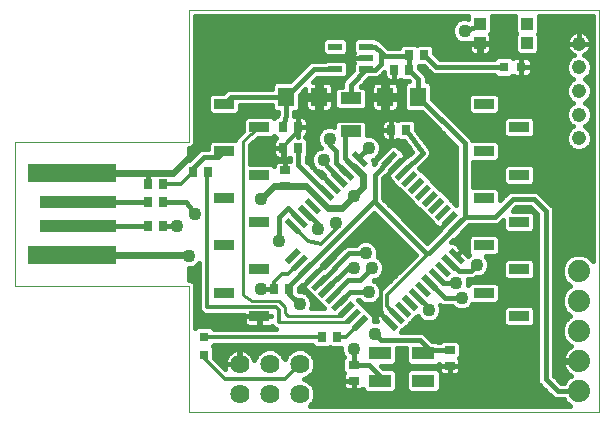
<source format=gtl>
G75*
G70*
%OFA0B0*%
%FSLAX24Y24*%
%IPPOS*%
%LPD*%
%AMOC8*
5,1,8,0,0,1.08239X$1,22.5*
%
%ADD10C,0.0000*%
%ADD11R,0.0276X0.0354*%
%ADD12R,0.0551X0.0630*%
%ADD13R,0.0315X0.0315*%
%ADD14R,0.0591X0.0197*%
%ADD15R,0.0197X0.0591*%
%ADD16R,0.0748X0.0433*%
%ADD17R,0.0354X0.0276*%
%ADD18R,0.0709X0.0394*%
%ADD19R,0.0472X0.0217*%
%ADD20R,0.2953X0.0591*%
%ADD21R,0.2559X0.0394*%
%ADD22R,0.0669X0.0335*%
%ADD23R,0.0394X0.0394*%
%ADD24C,0.0640*%
%ADD25C,0.0740*%
%ADD26C,0.0476*%
%ADD27C,0.0240*%
%ADD28C,0.0160*%
%ADD29C,0.0436*%
%ADD30C,0.0120*%
%ADD31C,0.0100*%
D10*
X005900Y000400D02*
X005900Y004600D01*
X000100Y004600D01*
X000100Y009400D01*
X005900Y009400D01*
X005900Y013796D01*
X019570Y013796D01*
X019570Y000400D01*
X005900Y000400D01*
D11*
X010344Y002900D03*
X010856Y002900D03*
X009256Y004500D03*
X008744Y004500D03*
X005056Y006600D03*
X004544Y006600D03*
X004544Y007400D03*
X005056Y007400D03*
X005056Y008000D03*
X004544Y008000D03*
X006044Y008400D03*
X006556Y008400D03*
X009044Y009200D03*
X009556Y009200D03*
X009556Y009900D03*
X009044Y009900D03*
X012644Y009800D03*
X013156Y009800D03*
X013256Y011800D03*
X012744Y011800D03*
X013244Y012300D03*
X013756Y012300D03*
D12*
X013551Y010900D03*
X012449Y010900D03*
X010251Y010900D03*
X009149Y010900D03*
D13*
X016405Y011900D03*
X016995Y011900D03*
X006400Y002895D03*
X006400Y002305D03*
D14*
G36*
X009510Y006319D02*
X009093Y006734D01*
X009232Y006873D01*
X009649Y006458D01*
X009510Y006319D01*
G37*
G36*
X009732Y006542D02*
X009315Y006957D01*
X009454Y007096D01*
X009871Y006681D01*
X009732Y006542D01*
G37*
G36*
X009955Y006766D02*
X009538Y007181D01*
X009677Y007320D01*
X010094Y006905D01*
X009955Y006766D01*
G37*
G36*
X010177Y006989D02*
X009760Y007404D01*
X009899Y007543D01*
X010316Y007128D01*
X010177Y006989D01*
G37*
G36*
X010399Y007212D02*
X009982Y007627D01*
X010121Y007766D01*
X010538Y007351D01*
X010399Y007212D01*
G37*
G36*
X010622Y007435D02*
X010205Y007850D01*
X010344Y007989D01*
X010761Y007574D01*
X010622Y007435D01*
G37*
G36*
X010844Y007658D02*
X010427Y008073D01*
X010566Y008212D01*
X010983Y007797D01*
X010844Y007658D01*
G37*
G36*
X011066Y007881D02*
X010649Y008296D01*
X010788Y008435D01*
X011205Y008020D01*
X011066Y007881D01*
G37*
G36*
X011288Y008104D02*
X010871Y008519D01*
X011010Y008658D01*
X011427Y008243D01*
X011288Y008104D01*
G37*
G36*
X011511Y008327D02*
X011094Y008742D01*
X011233Y008881D01*
X011650Y008466D01*
X011511Y008327D01*
G37*
G36*
X011733Y008550D02*
X011316Y008965D01*
X011455Y009104D01*
X011872Y008689D01*
X011733Y008550D01*
G37*
G36*
X014968Y005327D02*
X014551Y005742D01*
X014690Y005881D01*
X015107Y005466D01*
X014968Y005327D01*
G37*
G36*
X014746Y005104D02*
X014329Y005519D01*
X014468Y005658D01*
X014885Y005243D01*
X014746Y005104D01*
G37*
G36*
X014523Y004880D02*
X014106Y005295D01*
X014245Y005434D01*
X014662Y005019D01*
X014523Y004880D01*
G37*
G36*
X014301Y004657D02*
X013884Y005072D01*
X014023Y005211D01*
X014440Y004796D01*
X014301Y004657D01*
G37*
G36*
X014079Y004434D02*
X013662Y004849D01*
X013801Y004988D01*
X014218Y004573D01*
X014079Y004434D01*
G37*
G36*
X013856Y004211D02*
X013439Y004626D01*
X013578Y004765D01*
X013995Y004350D01*
X013856Y004211D01*
G37*
G36*
X013634Y003988D02*
X013217Y004403D01*
X013356Y004542D01*
X013773Y004127D01*
X013634Y003988D01*
G37*
G36*
X013412Y003765D02*
X012995Y004180D01*
X013134Y004319D01*
X013551Y003904D01*
X013412Y003765D01*
G37*
G36*
X013190Y003542D02*
X012773Y003957D01*
X012912Y004096D01*
X013329Y003681D01*
X013190Y003542D01*
G37*
G36*
X012967Y003319D02*
X012550Y003734D01*
X012689Y003873D01*
X013106Y003458D01*
X012967Y003319D01*
G37*
G36*
X012745Y003096D02*
X012328Y003511D01*
X012467Y003650D01*
X012884Y003235D01*
X012745Y003096D01*
G37*
D15*
G36*
X011466Y003093D02*
X011327Y003232D01*
X011742Y003649D01*
X011881Y003510D01*
X011466Y003093D01*
G37*
G36*
X011243Y003315D02*
X011104Y003454D01*
X011519Y003871D01*
X011658Y003732D01*
X011243Y003315D01*
G37*
G36*
X011019Y003538D02*
X010880Y003677D01*
X011295Y004094D01*
X011434Y003955D01*
X011019Y003538D01*
G37*
G36*
X010796Y003760D02*
X010657Y003899D01*
X011072Y004316D01*
X011211Y004177D01*
X010796Y003760D01*
G37*
G36*
X010573Y003982D02*
X010434Y004121D01*
X010849Y004538D01*
X010988Y004399D01*
X010573Y003982D01*
G37*
G36*
X010350Y004205D02*
X010211Y004344D01*
X010626Y004761D01*
X010765Y004622D01*
X010350Y004205D01*
G37*
G36*
X010127Y004427D02*
X009988Y004566D01*
X010403Y004983D01*
X010542Y004844D01*
X010127Y004427D01*
G37*
G36*
X009904Y004649D02*
X009765Y004788D01*
X010180Y005205D01*
X010319Y005066D01*
X009904Y004649D01*
G37*
G36*
X009681Y004871D02*
X009542Y005010D01*
X009957Y005427D01*
X010096Y005288D01*
X009681Y004871D01*
G37*
G36*
X009458Y005094D02*
X009319Y005233D01*
X009734Y005650D01*
X009873Y005511D01*
X009458Y005094D01*
G37*
G36*
X009235Y005316D02*
X009096Y005455D01*
X009511Y005872D01*
X009650Y005733D01*
X009235Y005316D01*
G37*
G36*
X012905Y008106D02*
X012766Y008245D01*
X013181Y008662D01*
X013320Y008523D01*
X012905Y008106D01*
G37*
G36*
X013128Y007884D02*
X012989Y008023D01*
X013404Y008440D01*
X013543Y008301D01*
X013128Y007884D01*
G37*
G36*
X013351Y007662D02*
X013212Y007801D01*
X013627Y008218D01*
X013766Y008079D01*
X013351Y007662D01*
G37*
G36*
X013574Y007439D02*
X013435Y007578D01*
X013850Y007995D01*
X013989Y007856D01*
X013574Y007439D01*
G37*
G36*
X013797Y007217D02*
X013658Y007356D01*
X014073Y007773D01*
X014212Y007634D01*
X013797Y007217D01*
G37*
G36*
X014020Y006995D02*
X013881Y007134D01*
X014296Y007551D01*
X014435Y007412D01*
X014020Y006995D01*
G37*
G36*
X014243Y006773D02*
X014104Y006912D01*
X014519Y007329D01*
X014658Y007190D01*
X014243Y006773D01*
G37*
G36*
X014466Y006550D02*
X014327Y006689D01*
X014742Y007106D01*
X014881Y006967D01*
X014466Y006550D01*
G37*
G36*
X014689Y006328D02*
X014550Y006467D01*
X014965Y006884D01*
X015104Y006745D01*
X014689Y006328D01*
G37*
G36*
X012681Y008329D02*
X012542Y008468D01*
X012957Y008885D01*
X013096Y008746D01*
X012681Y008329D01*
G37*
G36*
X012458Y008551D02*
X012319Y008690D01*
X012734Y009107D01*
X012873Y008968D01*
X012458Y008551D01*
G37*
D16*
X012272Y002353D03*
X012272Y001447D03*
X013728Y001447D03*
X013728Y002353D03*
D17*
X014600Y002456D03*
X014600Y001944D03*
X011400Y001956D03*
X011400Y001444D03*
X009100Y007944D03*
X009100Y008456D03*
D18*
X011300Y009749D03*
X011300Y010851D03*
D19*
X010788Y011826D03*
X011812Y011826D03*
X011812Y012200D03*
X011812Y012574D03*
X010788Y012574D03*
D20*
X002021Y008378D03*
X002021Y005622D03*
D21*
X002218Y006606D03*
X002218Y007394D03*
D22*
X007079Y007524D03*
X008260Y006737D03*
X007079Y005950D03*
X008260Y005162D03*
X007079Y004375D03*
X008260Y003587D03*
X008260Y008312D03*
X007079Y009099D03*
X008260Y009887D03*
X007079Y010674D03*
X015740Y010674D03*
X016921Y009887D03*
X015740Y009099D03*
X016921Y008312D03*
X015740Y007524D03*
X016921Y006737D03*
X015740Y005950D03*
X016921Y005162D03*
X015740Y004375D03*
X016921Y003587D03*
D23*
X017187Y012685D03*
X017187Y013315D03*
X015613Y013315D03*
X015613Y012685D03*
D24*
X009600Y002000D03*
X008600Y002000D03*
X007600Y002000D03*
X007600Y001000D03*
X008600Y001000D03*
X009600Y001000D03*
D25*
X018900Y001100D03*
X018900Y002100D03*
X018900Y003100D03*
X018900Y004100D03*
X018900Y005100D03*
D26*
X018906Y009525D03*
X018906Y010313D03*
X018906Y011100D03*
X018906Y011887D03*
X018906Y012675D03*
D27*
X011700Y008300D02*
X011700Y007900D01*
X011400Y007600D01*
X011000Y007200D01*
X010549Y007200D01*
X010260Y007489D01*
X009805Y007944D01*
X009100Y007944D01*
X008744Y007944D01*
X008300Y007500D01*
X005900Y005600D02*
X005822Y005622D01*
X002021Y005622D01*
X002021Y008378D02*
X004800Y008378D01*
X005378Y008378D01*
X007100Y010100D01*
X011372Y008604D02*
X011396Y008604D01*
X011700Y008300D01*
D28*
X012100Y008300D02*
X012596Y008796D01*
X012596Y008829D01*
X012819Y008607D02*
X012819Y008607D01*
X012484Y008270D01*
X012564Y008190D01*
X012565Y008162D01*
X012788Y007939D01*
X013011Y007717D01*
X013011Y007717D01*
X013234Y007495D01*
X013234Y007495D01*
X013457Y007272D01*
X013680Y007050D01*
X013680Y007050D01*
X013903Y006828D01*
X013903Y006828D01*
X014160Y006572D01*
X014188Y006572D01*
X014269Y006492D01*
X014604Y006828D01*
X014604Y006828D01*
X014269Y006492D01*
X014282Y006478D01*
X013850Y006046D01*
X012380Y007516D01*
X012380Y008184D01*
X012475Y008279D01*
X012484Y008270D01*
X012819Y008607D01*
X013155Y008943D01*
X012819Y008607D01*
X012819Y008607D01*
X012793Y008581D02*
X012793Y008581D01*
X012951Y008739D02*
X012951Y008739D01*
X013109Y008898D02*
X013109Y008898D01*
X013155Y008943D02*
X013180Y008918D01*
X013336Y009073D01*
X013083Y009423D01*
X012935Y009423D01*
X012884Y009474D01*
X012851Y009455D01*
X012806Y009443D01*
X012644Y009443D01*
X012644Y009800D01*
X012326Y009800D01*
X012326Y009599D01*
X012339Y009553D01*
X012362Y009512D01*
X012396Y009479D01*
X012437Y009455D01*
X012483Y009443D01*
X012644Y009443D01*
X012644Y009800D01*
X012644Y009800D01*
X012326Y009800D01*
X012326Y010001D01*
X012339Y010047D01*
X012362Y010088D01*
X012396Y010121D01*
X012437Y010145D01*
X012483Y010157D01*
X012644Y010157D01*
X012644Y009800D01*
X012644Y009800D01*
X012644Y009800D01*
X012644Y010157D01*
X012806Y010157D01*
X012851Y010145D01*
X012884Y010126D01*
X012935Y010177D01*
X013377Y010177D01*
X013494Y010060D01*
X013494Y009811D01*
X013916Y009226D01*
X013940Y009203D01*
X013948Y009182D01*
X013962Y009163D01*
X013969Y009131D01*
X013982Y009100D01*
X013982Y009077D01*
X013987Y009055D01*
X013982Y009022D01*
X013982Y008988D01*
X013973Y008967D01*
X013970Y008945D01*
X013952Y008916D01*
X013940Y008885D01*
X013923Y008869D01*
X013911Y008850D01*
X013884Y008830D01*
X013591Y008537D01*
X013744Y008385D01*
X013744Y008385D01*
X013967Y008163D01*
X013967Y008163D01*
X014190Y007940D01*
X014190Y007940D01*
X014413Y007718D01*
X014413Y007718D01*
X014636Y007496D01*
X014636Y007496D01*
X014820Y007312D01*
X014820Y009235D01*
X013670Y010385D01*
X013193Y010385D01*
X013076Y010502D01*
X013076Y011298D01*
X013193Y011415D01*
X013245Y011415D01*
X013237Y011423D01*
X013035Y011423D01*
X012984Y011474D01*
X012951Y011455D01*
X012906Y011443D01*
X012744Y011443D01*
X012744Y011800D01*
X012744Y011800D01*
X012744Y011443D01*
X012583Y011443D01*
X012537Y011455D01*
X012496Y011479D01*
X012462Y011512D01*
X012439Y011553D01*
X012426Y011599D01*
X012426Y011730D01*
X012337Y011641D01*
X012259Y011563D01*
X012156Y011520D01*
X012133Y011520D01*
X012131Y011518D01*
X011900Y011518D01*
X011630Y011248D01*
X011737Y011248D01*
X011854Y011131D01*
X011854Y010571D01*
X011737Y010454D01*
X010863Y010454D01*
X010746Y010571D01*
X010746Y011131D01*
X010863Y011248D01*
X011020Y011248D01*
X011020Y011370D01*
X011063Y011473D01*
X011141Y011552D01*
X011141Y011552D01*
X011376Y011786D01*
X011376Y012017D01*
X011402Y012044D01*
X011396Y012068D01*
X011396Y012200D01*
X011812Y012200D01*
X011812Y012200D01*
X011396Y012200D01*
X011396Y012332D01*
X011402Y012356D01*
X011376Y012383D01*
X011376Y012765D01*
X011493Y012882D01*
X012131Y012882D01*
X012159Y012854D01*
X012182Y012854D01*
X012285Y012811D01*
X012459Y012637D01*
X012459Y012637D01*
X012563Y012533D01*
X012906Y012533D01*
X012906Y012560D01*
X013023Y012677D01*
X013465Y012677D01*
X013500Y012642D01*
X013535Y012677D01*
X013977Y012677D01*
X014094Y012560D01*
X014094Y012358D01*
X014272Y012180D01*
X016087Y012180D01*
X016164Y012257D01*
X016645Y012257D01*
X016714Y012188D01*
X016727Y012202D01*
X016768Y012225D01*
X016814Y012237D01*
X016995Y012237D01*
X016995Y011900D01*
X016995Y011900D01*
X016995Y011900D01*
X016995Y011563D01*
X016814Y011563D01*
X016768Y011575D01*
X016727Y011598D01*
X016714Y011612D01*
X016645Y011543D01*
X016164Y011543D01*
X016087Y011620D01*
X014100Y011620D01*
X013997Y011663D01*
X013919Y011741D01*
X013737Y011923D01*
X013594Y011923D01*
X013594Y011858D01*
X013710Y011742D01*
X013789Y011663D01*
X013831Y011560D01*
X013831Y011415D01*
X013910Y011415D01*
X014027Y011298D01*
X014027Y010820D01*
X015259Y009589D01*
X015337Y009510D01*
X015355Y009467D01*
X016158Y009467D01*
X016275Y009349D01*
X016275Y008849D01*
X016158Y008732D01*
X015380Y008732D01*
X015380Y007892D01*
X016158Y007892D01*
X016275Y007775D01*
X016275Y007471D01*
X016275Y007471D01*
X016463Y007659D01*
X016541Y007737D01*
X016644Y007780D01*
X017456Y007780D01*
X017559Y007737D01*
X017959Y007337D01*
X018037Y007259D01*
X018080Y007156D01*
X018080Y001616D01*
X018316Y001380D01*
X018399Y001380D01*
X018417Y001423D01*
X018577Y001583D01*
X018646Y001612D01*
X018612Y001630D01*
X018542Y001680D01*
X018480Y001742D01*
X018430Y001812D01*
X018390Y001889D01*
X018364Y001971D01*
X018350Y002057D01*
X018350Y002080D01*
X018880Y002080D01*
X018880Y002120D01*
X018350Y002120D01*
X018350Y002143D01*
X018364Y002229D01*
X018390Y002311D01*
X018430Y002388D01*
X018480Y002458D01*
X018542Y002520D01*
X018612Y002570D01*
X018646Y002588D01*
X018577Y002617D01*
X018417Y002777D01*
X018330Y002987D01*
X018330Y003213D01*
X018417Y003423D01*
X018577Y003583D01*
X018618Y003600D01*
X018577Y003617D01*
X018417Y003777D01*
X018330Y003987D01*
X018330Y004213D01*
X018417Y004423D01*
X018577Y004583D01*
X018618Y004600D01*
X018577Y004617D01*
X018417Y004777D01*
X018330Y004987D01*
X018330Y005213D01*
X018417Y005423D01*
X018577Y005583D01*
X018787Y005670D01*
X019013Y005670D01*
X019223Y005583D01*
X019370Y005436D01*
X019370Y013596D01*
X017583Y013596D01*
X017584Y013595D01*
X017584Y013035D01*
X017549Y013000D01*
X017584Y012965D01*
X017584Y012405D01*
X017467Y012288D01*
X016908Y012288D01*
X016791Y012405D01*
X016791Y012965D01*
X016826Y013000D01*
X016791Y013035D01*
X016791Y013595D01*
X016792Y013596D01*
X016008Y013596D01*
X016009Y013595D01*
X016009Y013035D01*
X015958Y012984D01*
X015977Y012951D01*
X015989Y012906D01*
X015989Y012703D01*
X015631Y012703D01*
X015631Y012667D01*
X015989Y012667D01*
X015989Y012464D01*
X015977Y012419D01*
X015953Y012378D01*
X015920Y012344D01*
X015879Y012320D01*
X015833Y012308D01*
X015631Y012308D01*
X015631Y012667D01*
X015594Y012667D01*
X015236Y012667D01*
X015236Y012464D01*
X015248Y012419D01*
X015272Y012378D01*
X015305Y012344D01*
X015346Y012320D01*
X015392Y012308D01*
X015594Y012308D01*
X015594Y012667D01*
X015594Y012703D01*
X015236Y012703D01*
X015236Y012704D01*
X015183Y012682D01*
X015017Y012682D01*
X014863Y012746D01*
X014746Y012863D01*
X014682Y013017D01*
X014682Y013183D01*
X014746Y013337D01*
X014863Y013454D01*
X015017Y013518D01*
X015183Y013518D01*
X015216Y013505D01*
X015216Y013595D01*
X015217Y013596D01*
X006100Y013596D01*
X006100Y009317D01*
X005983Y009200D01*
X005900Y009200D01*
X005900Y008796D01*
X006241Y009137D01*
X006344Y009180D01*
X006544Y009180D01*
X006544Y009349D01*
X006661Y009467D01*
X007450Y009467D01*
X007450Y009476D01*
X007455Y009488D01*
X007456Y009501D01*
X007474Y009534D01*
X007488Y009568D01*
X007497Y009577D01*
X007503Y009588D01*
X007532Y009612D01*
X007558Y009639D01*
X007570Y009644D01*
X007725Y009771D01*
X007725Y010137D01*
X007842Y010254D01*
X008677Y010254D01*
X008739Y010192D01*
X008823Y010277D01*
X008854Y010277D01*
X008869Y010332D01*
X008869Y010385D01*
X008790Y010385D01*
X008673Y010502D01*
X008673Y010620D01*
X007613Y010620D01*
X007613Y010424D01*
X007496Y010307D01*
X006661Y010307D01*
X006544Y010424D01*
X006544Y010924D01*
X006661Y011041D01*
X007050Y011041D01*
X007146Y011137D01*
X007249Y011180D01*
X008673Y011180D01*
X008673Y011298D01*
X008790Y011415D01*
X009268Y011415D01*
X009916Y012063D01*
X010019Y012106D01*
X010441Y012106D01*
X010469Y012134D01*
X011107Y012134D01*
X011224Y012017D01*
X011224Y011635D01*
X011107Y011518D01*
X010469Y011518D01*
X010441Y011546D01*
X010191Y011546D01*
X010040Y011395D01*
X010193Y011395D01*
X010193Y010958D01*
X010309Y010958D01*
X010193Y010958D01*
X010193Y010842D01*
X009796Y010842D01*
X009796Y010561D01*
X009808Y010516D01*
X009832Y010475D01*
X009865Y010441D01*
X009906Y010417D01*
X009952Y010405D01*
X010193Y010405D01*
X010193Y010842D01*
X010309Y010842D01*
X010309Y010405D01*
X010550Y010405D01*
X010596Y010417D01*
X010637Y010441D01*
X010671Y010475D01*
X010695Y010516D01*
X010707Y010561D01*
X010707Y010842D01*
X010309Y010842D01*
X010309Y010958D01*
X010309Y011395D01*
X010550Y011395D01*
X010596Y011383D01*
X010637Y011359D01*
X010671Y011325D01*
X010695Y011284D01*
X010707Y011239D01*
X010707Y010958D01*
X010746Y010958D01*
X010707Y010958D02*
X010309Y010958D01*
X010193Y010958D02*
X009796Y010958D01*
X009624Y010958D01*
X009624Y010980D02*
X009796Y011151D01*
X009796Y010958D01*
X009796Y010800D02*
X009624Y010800D01*
X009624Y010641D02*
X009796Y010641D01*
X009827Y010483D02*
X009605Y010483D01*
X009624Y010502D02*
X009624Y010980D01*
X009761Y011117D02*
X009796Y011117D01*
X010193Y011117D02*
X010309Y011117D01*
X010309Y011275D02*
X010193Y011275D01*
X010078Y011434D02*
X011046Y011434D01*
X011020Y011275D02*
X010697Y011275D01*
X010707Y011117D02*
X010746Y011117D01*
X010746Y010800D02*
X010707Y010800D01*
X010707Y010641D02*
X010746Y010641D01*
X010675Y010483D02*
X010835Y010483D01*
X010863Y010146D02*
X010746Y010029D01*
X010746Y009892D01*
X010683Y009918D01*
X010517Y009918D01*
X010363Y009854D01*
X010246Y009737D01*
X010182Y009583D01*
X010182Y009417D01*
X010246Y009263D01*
X010298Y009210D01*
X010163Y009154D01*
X010046Y009037D01*
X009982Y008883D01*
X009982Y008717D01*
X010046Y008563D01*
X010163Y008446D01*
X010317Y008382D01*
X010322Y008382D01*
X010401Y008303D01*
X010368Y008270D01*
X010344Y008246D01*
X009836Y008754D01*
X009836Y008882D01*
X009894Y008940D01*
X009894Y009460D01*
X009786Y009568D01*
X009804Y009579D01*
X009838Y009612D01*
X009861Y009653D01*
X009874Y009699D01*
X009874Y009900D01*
X009874Y010101D01*
X009861Y010147D01*
X009838Y010188D01*
X009804Y010221D01*
X009763Y010245D01*
X009717Y010257D01*
X009556Y010257D01*
X009556Y009900D01*
X009874Y009900D01*
X009556Y009900D01*
X009556Y009900D01*
X009556Y009900D01*
X009556Y009577D01*
X009556Y009577D01*
X009556Y009900D01*
X009556Y009900D01*
X009556Y010257D01*
X009429Y010257D01*
X009429Y010259D01*
X009434Y010277D01*
X009429Y010314D01*
X009429Y010385D01*
X009507Y010385D01*
X009624Y010502D01*
X009429Y010324D02*
X013731Y010324D01*
X013890Y010166D02*
X013388Y010166D01*
X013494Y010007D02*
X014048Y010007D01*
X014207Y009849D02*
X013494Y009849D01*
X013581Y009690D02*
X014365Y009690D01*
X014524Y009532D02*
X013695Y009532D01*
X013810Y009373D02*
X014682Y009373D01*
X014820Y009215D02*
X013928Y009215D01*
X013987Y009056D02*
X014820Y009056D01*
X014820Y008898D02*
X013945Y008898D01*
X013793Y008739D02*
X014820Y008739D01*
X014820Y008581D02*
X013635Y008581D01*
X013706Y008422D02*
X014820Y008422D01*
X014820Y008264D02*
X013866Y008264D01*
X014025Y008105D02*
X014820Y008105D01*
X014820Y007947D02*
X014184Y007947D01*
X014343Y007788D02*
X014820Y007788D01*
X014820Y007630D02*
X014502Y007630D01*
X014661Y007471D02*
X014820Y007471D01*
X014820Y007313D02*
X014820Y007313D01*
X015100Y006900D02*
X016100Y006900D01*
X016700Y007500D01*
X017400Y007500D01*
X017800Y007100D01*
X017800Y001500D01*
X018200Y001100D01*
X018900Y001100D01*
X018399Y000820D02*
X018417Y000777D01*
X018577Y000617D01*
X018618Y000600D01*
X009935Y000600D01*
X010041Y000705D01*
X010120Y000897D01*
X010120Y001103D01*
X010041Y001295D01*
X009895Y001441D01*
X009752Y001500D01*
X009895Y001559D01*
X010041Y001705D01*
X010120Y001897D01*
X010120Y002103D01*
X010041Y002295D01*
X009895Y002441D01*
X009703Y002520D01*
X009497Y002520D01*
X009305Y002441D01*
X009159Y002295D01*
X009100Y002152D01*
X009041Y002295D01*
X008895Y002441D01*
X008703Y002520D01*
X008497Y002520D01*
X008305Y002441D01*
X008159Y002295D01*
X008087Y002120D01*
X008063Y002192D01*
X008028Y002262D01*
X007981Y002326D01*
X007926Y002381D01*
X007862Y002428D01*
X007792Y002463D01*
X007717Y002488D01*
X007639Y002500D01*
X007609Y002500D01*
X007609Y002009D01*
X007591Y002009D01*
X007591Y002500D01*
X007561Y002500D01*
X007483Y002488D01*
X007408Y002463D01*
X007338Y002428D01*
X007274Y002381D01*
X007219Y002326D01*
X007172Y002262D01*
X007137Y002192D01*
X007112Y002117D01*
X007100Y002039D01*
X007100Y002009D01*
X007591Y002009D01*
X007591Y001991D01*
X007100Y001991D01*
X007100Y001961D01*
X007112Y001883D01*
X007126Y001842D01*
X006757Y002210D01*
X006757Y002545D01*
X006703Y002600D01*
X006743Y002640D01*
X010006Y002640D01*
X010006Y002640D01*
X010123Y002523D01*
X010565Y002523D01*
X010600Y002558D01*
X010635Y002523D01*
X010982Y002523D01*
X010982Y002417D01*
X011046Y002263D01*
X011077Y002231D01*
X011023Y002177D01*
X011023Y001735D01*
X011074Y001684D01*
X011055Y001651D01*
X011043Y001606D01*
X011043Y001444D01*
X011043Y001283D01*
X011055Y001237D01*
X011079Y001196D01*
X011112Y001162D01*
X011153Y001139D01*
X011199Y001126D01*
X011400Y001126D01*
X011400Y001444D01*
X011400Y001126D01*
X011601Y001126D01*
X011647Y001139D01*
X011688Y001162D01*
X011698Y001172D01*
X011698Y001148D01*
X011815Y001031D01*
X012729Y001031D01*
X012846Y001148D01*
X012846Y001747D01*
X012729Y001864D01*
X012388Y001864D01*
X012316Y001936D01*
X012729Y001936D01*
X012846Y002053D01*
X012846Y002520D01*
X013154Y002520D01*
X013154Y002053D01*
X013271Y001936D01*
X014185Y001936D01*
X014243Y001994D01*
X014243Y001944D01*
X014243Y001806D01*
X014185Y001864D01*
X013271Y001864D01*
X013154Y001747D01*
X013154Y001148D01*
X013271Y001031D01*
X014185Y001031D01*
X014302Y001148D01*
X014302Y001672D01*
X014312Y001662D01*
X014353Y001639D01*
X014399Y001626D01*
X014600Y001626D01*
X014801Y001626D01*
X014847Y001639D01*
X014888Y001662D01*
X014921Y001696D01*
X014945Y001737D01*
X014957Y001783D01*
X014957Y001944D01*
X014600Y001944D01*
X014600Y001626D01*
X014600Y001944D01*
X014600Y001944D01*
X014600Y001944D01*
X014243Y001944D01*
X014600Y001944D01*
X014600Y001944D01*
X014957Y001944D01*
X014957Y002106D01*
X014945Y002151D01*
X014926Y002184D01*
X014977Y002235D01*
X014977Y002677D01*
X014860Y002794D01*
X014340Y002794D01*
X014282Y002736D01*
X014219Y002736D01*
X014185Y002769D01*
X014027Y002769D01*
X013990Y002806D01*
X013759Y003037D01*
X013656Y003080D01*
X012985Y003080D01*
X013023Y003118D01*
X013051Y003118D01*
X013273Y003341D01*
X013496Y003564D01*
X013531Y003599D01*
X013546Y003563D01*
X013663Y003446D01*
X013817Y003382D01*
X013983Y003382D01*
X014137Y003446D01*
X014254Y003563D01*
X014318Y003717D01*
X014318Y003883D01*
X014280Y003975D01*
X014292Y003963D01*
X014395Y003920D01*
X014689Y003920D01*
X014763Y003846D01*
X014917Y003782D01*
X015083Y003782D01*
X015237Y003846D01*
X015354Y003963D01*
X015373Y004007D01*
X016158Y004007D01*
X016275Y004125D01*
X016275Y004625D01*
X016158Y004742D01*
X015323Y004742D01*
X015218Y004638D01*
X015218Y004783D01*
X015203Y004820D01*
X015356Y004820D01*
X015459Y004863D01*
X015478Y004882D01*
X015583Y004882D01*
X015737Y004946D01*
X015854Y005063D01*
X015918Y005217D01*
X015918Y005383D01*
X015854Y005537D01*
X015809Y005582D01*
X016158Y005582D01*
X016275Y005699D01*
X016275Y006200D01*
X016158Y006317D01*
X015323Y006317D01*
X015206Y006200D01*
X015206Y005699D01*
X015257Y005648D01*
X015218Y005609D01*
X015026Y005801D01*
X014829Y005604D01*
X015026Y005801D01*
X014800Y006026D01*
X014759Y006050D01*
X014713Y006062D01*
X014665Y006062D01*
X014655Y006059D01*
X014723Y006127D01*
X014772Y006127D01*
X015263Y006620D01*
X016156Y006620D01*
X016259Y006663D01*
X016387Y006791D01*
X016387Y006487D01*
X016504Y006370D01*
X017339Y006370D01*
X017456Y006487D01*
X017456Y006987D01*
X017339Y007104D01*
X016700Y007104D01*
X016816Y007220D01*
X017284Y007220D01*
X017520Y006984D01*
X017520Y001444D01*
X017563Y001341D01*
X017963Y000941D01*
X018041Y000863D01*
X018144Y000820D01*
X018399Y000820D01*
X018401Y000814D02*
X010086Y000814D01*
X010120Y000973D02*
X017931Y000973D01*
X017773Y001131D02*
X014286Y001131D01*
X014302Y001290D02*
X017614Y001290D01*
X017520Y001448D02*
X014302Y001448D01*
X014302Y001607D02*
X017520Y001607D01*
X017520Y001765D02*
X014952Y001765D01*
X014957Y001924D02*
X017520Y001924D01*
X017520Y002082D02*
X014957Y002082D01*
X014977Y002241D02*
X017520Y002241D01*
X017520Y002399D02*
X014977Y002399D01*
X014977Y002558D02*
X017520Y002558D01*
X017520Y002716D02*
X014938Y002716D01*
X014600Y002456D02*
X013831Y002456D01*
X013831Y002569D01*
X013600Y002800D01*
X012300Y002800D01*
X012100Y003000D01*
X012072Y003418D02*
X012082Y003428D01*
X012082Y003594D01*
X011859Y003816D01*
X011635Y004038D01*
X011635Y004038D01*
X011554Y004120D01*
X011589Y004120D01*
X011663Y004046D01*
X011817Y003982D01*
X011983Y003982D01*
X012137Y004046D01*
X012240Y004149D01*
X012240Y003872D01*
X012280Y003777D01*
X012309Y003748D01*
X012269Y003708D01*
X012183Y003622D01*
X012159Y003581D01*
X012147Y003535D01*
X012147Y003487D01*
X012160Y003442D01*
X012173Y003418D01*
X012072Y003418D01*
X012082Y003509D02*
X012147Y003509D01*
X012228Y003667D02*
X012008Y003667D01*
X011859Y003816D02*
X011859Y003816D01*
X011849Y003826D02*
X012259Y003826D01*
X012269Y003708D02*
X012606Y003373D01*
X012606Y003373D01*
X012269Y003708D01*
X012310Y003667D02*
X012310Y003667D01*
X012470Y003509D02*
X012470Y003509D01*
X012240Y003984D02*
X011988Y003984D01*
X011812Y003984D02*
X011690Y003984D01*
X012234Y004143D02*
X012240Y004143D01*
X011900Y004400D02*
X011296Y004400D01*
X010934Y004038D01*
X010938Y004038D01*
X010711Y004260D02*
X010711Y004311D01*
X011200Y004800D01*
X011600Y004800D01*
X012000Y005200D01*
X012199Y005570D02*
X012237Y005554D01*
X012354Y005437D01*
X012418Y005283D01*
X012418Y005117D01*
X012354Y004963D01*
X012237Y004846D01*
X012083Y004782D01*
X012071Y004782D01*
X012137Y004754D01*
X012254Y004637D01*
X012317Y004485D01*
X013468Y005636D01*
X012085Y007019D01*
X010353Y005288D01*
X010377Y005264D01*
X010042Y004927D01*
X009706Y004591D01*
X010042Y004927D01*
X010042Y004927D01*
X010042Y004927D01*
X010377Y005264D01*
X010403Y005239D01*
X011023Y005859D01*
X011102Y005937D01*
X011205Y005980D01*
X011489Y005980D01*
X011563Y006054D01*
X011717Y006118D01*
X011883Y006118D01*
X012037Y006054D01*
X012154Y005937D01*
X012218Y005783D01*
X012218Y005617D01*
X012199Y005570D01*
X012202Y005569D02*
X013401Y005569D01*
X013376Y005728D02*
X012218Y005728D01*
X012176Y005886D02*
X013218Y005886D01*
X013059Y006045D02*
X012047Y006045D01*
X011553Y006045D02*
X011110Y006045D01*
X011050Y005886D02*
X010951Y005886D01*
X010892Y005728D02*
X010793Y005728D01*
X010733Y005569D02*
X010634Y005569D01*
X010575Y005411D02*
X010476Y005411D01*
X010416Y005252D02*
X010389Y005252D01*
X010366Y005252D02*
X010366Y005252D01*
X010208Y005094D02*
X010208Y005094D01*
X010050Y004935D02*
X010050Y004935D01*
X009892Y004777D02*
X009892Y004777D01*
X009734Y004618D02*
X009734Y004618D01*
X009706Y004591D02*
X009681Y004616D01*
X009594Y004528D01*
X009594Y004418D01*
X009683Y004418D01*
X009837Y004354D01*
X009954Y004237D01*
X010018Y004083D01*
X010018Y003917D01*
X009990Y003850D01*
X010421Y003850D01*
X010233Y004037D01*
X010233Y004037D01*
X010010Y004260D01*
X010010Y004260D01*
X009787Y004482D01*
X009787Y004510D01*
X009706Y004591D01*
X009810Y004460D02*
X009594Y004460D01*
X009890Y004301D02*
X009969Y004301D01*
X009994Y004143D02*
X010128Y004143D01*
X010018Y003984D02*
X010287Y003984D01*
X010488Y004483D02*
X010488Y004488D01*
X011200Y005200D01*
X011400Y005200D01*
X011260Y005700D02*
X011800Y005700D01*
X011260Y005700D02*
X010265Y004705D01*
X009819Y005149D02*
X012085Y007415D01*
X012100Y007400D01*
X012100Y007400D01*
X013800Y005700D01*
X013900Y005700D01*
X014806Y006606D01*
X014827Y006606D01*
X014827Y006627D01*
X015100Y006900D01*
X015100Y009351D01*
X013551Y010900D01*
X013551Y011505D01*
X013256Y011800D01*
X013244Y012300D01*
X013197Y012253D01*
X012447Y012253D01*
X012300Y012400D01*
X012300Y012000D01*
X012100Y011800D01*
X011838Y011800D01*
X011812Y011826D01*
X011300Y011314D01*
X011300Y010851D01*
X011854Y010800D02*
X011993Y010800D01*
X011993Y010842D02*
X011993Y010561D01*
X012005Y010516D01*
X012029Y010475D01*
X012063Y010441D01*
X012104Y010417D01*
X012150Y010405D01*
X012391Y010405D01*
X012391Y010842D01*
X012507Y010842D01*
X012507Y010958D01*
X012391Y010958D01*
X012391Y011395D01*
X012150Y011395D01*
X012104Y011383D01*
X012063Y011359D01*
X012029Y011325D01*
X012005Y011284D01*
X011993Y011239D01*
X011993Y010958D01*
X011854Y010958D01*
X011993Y010958D02*
X012391Y010958D01*
X012507Y010958D01*
X012904Y010958D01*
X013076Y010958D01*
X013076Y010800D02*
X012904Y010800D01*
X012904Y010842D02*
X012904Y010561D01*
X012892Y010516D01*
X012868Y010475D01*
X012835Y010441D01*
X012794Y010417D01*
X012748Y010405D01*
X012507Y010405D01*
X012507Y010842D01*
X012904Y010842D01*
X012904Y010958D02*
X012904Y011239D01*
X012892Y011284D01*
X012868Y011325D01*
X012835Y011359D01*
X012794Y011383D01*
X012748Y011395D01*
X012507Y011395D01*
X012507Y010958D01*
X012391Y010958D02*
X012391Y010842D01*
X011993Y010842D01*
X011993Y011117D02*
X011854Y011117D01*
X012003Y011275D02*
X011657Y011275D01*
X011815Y011434D02*
X013025Y011434D01*
X013076Y011275D02*
X012895Y011275D01*
X012904Y011117D02*
X013076Y011117D01*
X013076Y010641D02*
X012904Y010641D01*
X012873Y010483D02*
X013095Y010483D01*
X012924Y010166D02*
X009851Y010166D01*
X009874Y010007D02*
X010746Y010007D01*
X010863Y010146D02*
X011737Y010146D01*
X011854Y010029D01*
X011854Y009618D01*
X011983Y009618D01*
X012137Y009554D01*
X012254Y009437D01*
X012318Y009283D01*
X012318Y009117D01*
X012254Y008963D01*
X012137Y008846D01*
X012039Y008805D01*
X012073Y008772D01*
X012073Y008669D01*
X012118Y008714D01*
X012118Y008772D01*
X012652Y009308D01*
X012818Y009308D01*
X013074Y009052D01*
X013074Y009024D01*
X013155Y008943D01*
X013070Y009056D02*
X013318Y009056D01*
X013234Y009215D02*
X012911Y009215D01*
X013119Y009373D02*
X012281Y009373D01*
X012318Y009215D02*
X012559Y009215D01*
X012401Y009056D02*
X012293Y009056D01*
X012243Y008898D02*
X012189Y008898D01*
X012118Y008739D02*
X012073Y008739D01*
X012635Y008422D02*
X012635Y008422D01*
X012491Y008264D02*
X012460Y008264D01*
X012380Y008105D02*
X012621Y008105D01*
X012780Y007947D02*
X012380Y007947D01*
X012380Y007788D02*
X012939Y007788D01*
X012788Y007939D02*
X012788Y007939D01*
X013098Y007630D02*
X012380Y007630D01*
X012425Y007471D02*
X013257Y007471D01*
X013417Y007313D02*
X012583Y007313D01*
X012742Y007154D02*
X013576Y007154D01*
X013457Y007272D02*
X013457Y007272D01*
X013735Y006996D02*
X012900Y006996D01*
X013059Y006837D02*
X013894Y006837D01*
X014053Y006679D02*
X013217Y006679D01*
X013376Y006520D02*
X014240Y006520D01*
X014297Y006520D02*
X014297Y006520D01*
X014166Y006362D02*
X013534Y006362D01*
X013693Y006203D02*
X014007Y006203D01*
X014455Y006679D02*
X014455Y006679D01*
X015005Y006362D02*
X017520Y006362D01*
X017520Y006520D02*
X017456Y006520D01*
X017456Y006679D02*
X017520Y006679D01*
X017520Y006837D02*
X017456Y006837D01*
X017448Y006996D02*
X017508Y006996D01*
X017350Y007154D02*
X016750Y007154D01*
X016434Y007630D02*
X016275Y007630D01*
X016261Y007788D02*
X019370Y007788D01*
X019370Y007630D02*
X017666Y007630D01*
X017825Y007471D02*
X019370Y007471D01*
X019370Y007313D02*
X017983Y007313D01*
X018080Y007154D02*
X019370Y007154D01*
X019370Y006996D02*
X018080Y006996D01*
X018080Y006837D02*
X019370Y006837D01*
X019370Y006679D02*
X018080Y006679D01*
X018080Y006520D02*
X019370Y006520D01*
X019370Y006362D02*
X018080Y006362D01*
X018080Y006203D02*
X019370Y006203D01*
X019370Y006045D02*
X018080Y006045D01*
X018080Y005886D02*
X019370Y005886D01*
X019370Y005728D02*
X018080Y005728D01*
X018080Y005569D02*
X018563Y005569D01*
X018412Y005411D02*
X018080Y005411D01*
X018080Y005252D02*
X018346Y005252D01*
X018330Y005094D02*
X018080Y005094D01*
X018080Y004935D02*
X018351Y004935D01*
X018417Y004777D02*
X018080Y004777D01*
X018080Y004618D02*
X018576Y004618D01*
X018453Y004460D02*
X018080Y004460D01*
X018080Y004301D02*
X018366Y004301D01*
X018330Y004143D02*
X018080Y004143D01*
X018080Y003984D02*
X018331Y003984D01*
X018397Y003826D02*
X018080Y003826D01*
X018080Y003667D02*
X018527Y003667D01*
X018502Y003509D02*
X018080Y003509D01*
X018080Y003350D02*
X018387Y003350D01*
X018330Y003192D02*
X018080Y003192D01*
X018080Y003033D02*
X018330Y003033D01*
X018376Y002875D02*
X018080Y002875D01*
X018080Y002716D02*
X018478Y002716D01*
X018594Y002558D02*
X018080Y002558D01*
X018080Y002399D02*
X018437Y002399D01*
X018367Y002241D02*
X018080Y002241D01*
X018080Y002082D02*
X018880Y002082D01*
X018464Y001765D02*
X018080Y001765D01*
X018080Y001924D02*
X018379Y001924D01*
X018633Y001607D02*
X018089Y001607D01*
X018248Y001448D02*
X018442Y001448D01*
X018538Y000656D02*
X009991Y000656D01*
X010109Y001131D02*
X011182Y001131D01*
X011400Y001131D02*
X011400Y001131D01*
X011618Y001131D02*
X011714Y001131D01*
X011400Y001290D02*
X011400Y001290D01*
X011400Y001444D02*
X011400Y001444D01*
X011043Y001444D01*
X011400Y001444D01*
X011400Y001444D01*
X011043Y001448D02*
X009877Y001448D01*
X009942Y001607D02*
X011043Y001607D01*
X011023Y001765D02*
X010066Y001765D01*
X010120Y001924D02*
X011023Y001924D01*
X011023Y002082D02*
X010120Y002082D01*
X010063Y002241D02*
X011068Y002241D01*
X010989Y002399D02*
X009936Y002399D01*
X010089Y002558D02*
X006745Y002558D01*
X006757Y002399D02*
X007299Y002399D01*
X007161Y002241D02*
X006757Y002241D01*
X006886Y002082D02*
X007107Y002082D01*
X007106Y001924D02*
X007044Y001924D01*
X007591Y002082D02*
X007609Y002082D01*
X007609Y002241D02*
X007591Y002241D01*
X007591Y002399D02*
X007609Y002399D01*
X007901Y002399D02*
X008264Y002399D01*
X008137Y002241D02*
X008039Y002241D01*
X008936Y002399D02*
X009264Y002399D01*
X009137Y002241D02*
X009063Y002241D01*
X010043Y001290D02*
X011043Y001290D01*
X011400Y001956D02*
X011400Y002500D01*
X011400Y001956D02*
X011900Y001956D01*
X012272Y001584D01*
X012272Y001447D01*
X012846Y001448D02*
X013154Y001448D01*
X013154Y001290D02*
X012846Y001290D01*
X012829Y001131D02*
X013171Y001131D01*
X013154Y001607D02*
X012846Y001607D01*
X012827Y001765D02*
X013173Y001765D01*
X013154Y002082D02*
X012846Y002082D01*
X012846Y002241D02*
X013154Y002241D01*
X013154Y002399D02*
X012846Y002399D01*
X012328Y001924D02*
X014243Y001924D01*
X014600Y001924D02*
X014600Y001924D01*
X014600Y001765D02*
X014600Y001765D01*
X013831Y002456D02*
X013728Y002353D01*
X013921Y002875D02*
X017520Y002875D01*
X017520Y003033D02*
X013763Y003033D01*
X013282Y003350D02*
X016387Y003350D01*
X016387Y003337D02*
X016504Y003220D01*
X017339Y003220D01*
X017456Y003337D01*
X017456Y003838D01*
X017339Y003955D01*
X016504Y003955D01*
X016387Y003838D01*
X016387Y003337D01*
X016387Y003509D02*
X014200Y003509D01*
X014297Y003667D02*
X016387Y003667D01*
X016387Y003826D02*
X015189Y003826D01*
X015363Y003984D02*
X017520Y003984D01*
X017520Y003826D02*
X017456Y003826D01*
X017456Y003667D02*
X017520Y003667D01*
X017520Y003509D02*
X017456Y003509D01*
X017456Y003350D02*
X017520Y003350D01*
X017520Y003192D02*
X013125Y003192D01*
X013273Y003341D02*
X013273Y003341D01*
X013440Y003509D02*
X013600Y003509D01*
X013496Y003564D02*
X013496Y003564D01*
X013900Y003800D02*
X013900Y003860D01*
X013495Y004265D01*
X013940Y004711D02*
X014451Y004200D01*
X015000Y004200D01*
X014811Y003826D02*
X014318Y003826D01*
X014396Y004700D02*
X014800Y004700D01*
X014396Y004700D02*
X014162Y004934D01*
X014607Y005381D02*
X014619Y005381D01*
X014900Y005100D01*
X015300Y005100D01*
X015500Y005300D01*
X015822Y005569D02*
X017520Y005569D01*
X017520Y005728D02*
X016275Y005728D01*
X016275Y005886D02*
X017520Y005886D01*
X017520Y006045D02*
X016275Y006045D01*
X016272Y006203D02*
X017520Y006203D01*
X017339Y005530D02*
X016504Y005530D01*
X016387Y005412D01*
X016387Y004912D01*
X016504Y004795D01*
X017339Y004795D01*
X017456Y004912D01*
X017456Y005412D01*
X017339Y005530D01*
X017456Y005411D02*
X017520Y005411D01*
X017520Y005252D02*
X017456Y005252D01*
X017456Y005094D02*
X017520Y005094D01*
X017520Y004935D02*
X017456Y004935D01*
X017520Y004777D02*
X015218Y004777D01*
X015711Y004935D02*
X016387Y004935D01*
X016387Y005094D02*
X015867Y005094D01*
X015918Y005252D02*
X016387Y005252D01*
X016387Y005411D02*
X015907Y005411D01*
X015206Y005728D02*
X015099Y005728D01*
X014953Y005728D02*
X014953Y005728D01*
X014940Y005886D02*
X015206Y005886D01*
X015206Y006045D02*
X014768Y006045D01*
X014847Y006203D02*
X015209Y006203D01*
X015163Y006520D02*
X016387Y006520D01*
X016387Y006679D02*
X016275Y006679D01*
X014829Y005604D02*
X014829Y005604D01*
X013243Y005411D02*
X012365Y005411D01*
X012418Y005252D02*
X013084Y005252D01*
X012926Y005094D02*
X012408Y005094D01*
X012326Y004935D02*
X012767Y004935D01*
X012609Y004777D02*
X012084Y004777D01*
X012262Y004618D02*
X012450Y004618D01*
X012901Y006203D02*
X011268Y006203D01*
X011427Y006362D02*
X012742Y006362D01*
X012584Y006520D02*
X011585Y006520D01*
X011744Y006679D02*
X012425Y006679D01*
X012267Y006837D02*
X011902Y006837D01*
X012061Y006996D02*
X012108Y006996D01*
X012085Y007415D02*
X012100Y007431D01*
X012100Y008300D01*
X011594Y008827D02*
X011594Y008894D01*
X011900Y009200D01*
X012160Y009532D02*
X012351Y009532D01*
X012326Y009690D02*
X011854Y009690D01*
X011854Y009849D02*
X012326Y009849D01*
X012328Y010007D02*
X011854Y010007D01*
X011300Y009749D02*
X011149Y009749D01*
X011100Y009700D01*
X011100Y008876D01*
X011372Y008604D01*
X011149Y008381D02*
X011119Y008381D01*
X010800Y008700D01*
X010800Y009100D01*
X010600Y009300D01*
X010600Y009500D01*
X010294Y009215D02*
X009894Y009215D01*
X009894Y009373D02*
X010200Y009373D01*
X010182Y009532D02*
X009822Y009532D01*
X009871Y009690D02*
X010226Y009690D01*
X010357Y009849D02*
X009874Y009849D01*
X009556Y009849D02*
X009556Y009849D01*
X009556Y010007D02*
X009556Y010007D01*
X009556Y010166D02*
X009556Y010166D01*
X009149Y010295D02*
X009044Y009900D01*
X008752Y009594D02*
X008814Y009532D01*
X008796Y009521D01*
X008762Y009488D01*
X008739Y009447D01*
X008726Y009401D01*
X008726Y009200D01*
X008726Y008999D01*
X008739Y008953D01*
X008762Y008912D01*
X008796Y008879D01*
X008837Y008855D01*
X008883Y008843D01*
X009044Y008843D01*
X009044Y009200D01*
X008726Y009200D01*
X009044Y009200D01*
X009044Y009200D01*
X009044Y009200D01*
X009044Y008843D01*
X009206Y008843D01*
X009251Y008855D01*
X009276Y008869D01*
X009276Y008774D01*
X009100Y008774D01*
X008899Y008774D01*
X008853Y008761D01*
X008812Y008738D01*
X008779Y008704D01*
X008755Y008663D01*
X008743Y008617D01*
X008743Y008614D01*
X008677Y008679D01*
X007950Y008679D01*
X007950Y009309D01*
X008207Y009519D01*
X008677Y009519D01*
X008752Y009594D01*
X008690Y009532D02*
X008814Y009532D01*
X008726Y009373D02*
X008028Y009373D01*
X007950Y009215D02*
X008726Y009215D01*
X008726Y009056D02*
X007950Y009056D01*
X007950Y008898D02*
X008777Y008898D01*
X008815Y008739D02*
X007950Y008739D01*
X007473Y009532D02*
X006100Y009532D01*
X006100Y009690D02*
X007627Y009690D01*
X007725Y009849D02*
X006100Y009849D01*
X006100Y010007D02*
X007725Y010007D01*
X007754Y010166D02*
X006100Y010166D01*
X006100Y010324D02*
X006644Y010324D01*
X006544Y010483D02*
X006100Y010483D01*
X006100Y010641D02*
X006544Y010641D01*
X006544Y010800D02*
X006100Y010800D01*
X006100Y010958D02*
X006578Y010958D01*
X007079Y010674D02*
X007305Y010900D01*
X009149Y010900D01*
X010075Y011826D01*
X010788Y011826D01*
X011224Y011751D02*
X011340Y011751D01*
X011376Y011909D02*
X011224Y011909D01*
X011174Y012068D02*
X011396Y012068D01*
X011396Y012226D02*
X006100Y012226D01*
X006100Y012068D02*
X009926Y012068D01*
X009762Y011909D02*
X006100Y011909D01*
X006100Y011751D02*
X009603Y011751D01*
X009445Y011592D02*
X006100Y011592D01*
X006100Y011434D02*
X009286Y011434D01*
X008673Y011275D02*
X006100Y011275D01*
X006100Y011117D02*
X007125Y011117D01*
X007613Y010483D02*
X008693Y010483D01*
X008867Y010324D02*
X007514Y010324D01*
X006568Y009373D02*
X006100Y009373D01*
X005997Y009215D02*
X006544Y009215D01*
X006400Y008900D02*
X006044Y008544D01*
X006044Y008400D01*
X006002Y008898D02*
X005900Y008898D01*
X005900Y009056D02*
X006160Y009056D01*
X006400Y008900D02*
X006880Y008900D01*
X007079Y009099D01*
X009044Y009056D02*
X009044Y009056D01*
X009044Y008898D02*
X009044Y008898D01*
X009100Y008774D02*
X009100Y008456D01*
X009100Y008456D01*
X009100Y008774D01*
X009100Y008739D02*
X009100Y008739D01*
X009100Y008581D02*
X009100Y008581D01*
X009556Y008638D02*
X010483Y007712D01*
X010705Y007935D02*
X010368Y008270D01*
X010705Y007935D01*
X010705Y007935D01*
X010693Y007947D02*
X010693Y007947D01*
X010534Y008105D02*
X010534Y008105D01*
X010375Y008264D02*
X010375Y008264D01*
X010361Y008264D02*
X010327Y008264D01*
X010220Y008422D02*
X010168Y008422D01*
X010038Y008581D02*
X010010Y008581D01*
X009982Y008739D02*
X009851Y008739D01*
X009851Y008898D02*
X009988Y008898D01*
X010065Y009056D02*
X009894Y009056D01*
X009556Y009200D02*
X009556Y008638D01*
X010400Y008800D02*
X010500Y008600D01*
X010927Y008173D01*
X010927Y008158D01*
X009816Y007043D02*
X010200Y006658D01*
X010200Y006500D01*
X009593Y006819D02*
X009581Y006819D01*
X009200Y007200D01*
X008900Y006900D01*
X008900Y006100D01*
X009819Y005149D02*
X009256Y004587D01*
X009256Y004500D01*
X009256Y004344D01*
X009600Y004000D01*
X008744Y004500D02*
X008300Y004500D01*
X008744Y004520D02*
X008744Y004500D01*
X008640Y003591D02*
X008264Y003591D01*
X008264Y003584D01*
X008640Y003584D01*
X008640Y003591D01*
X008264Y003591D02*
X008264Y003640D01*
X008256Y003640D01*
X008256Y003591D01*
X008256Y003584D01*
X007745Y003584D01*
X007745Y003396D01*
X007757Y003351D01*
X007781Y003310D01*
X007815Y003276D01*
X007856Y003252D01*
X007901Y003240D01*
X008256Y003240D01*
X008256Y003584D01*
X008264Y003584D01*
X008264Y003240D01*
X008618Y003240D01*
X008664Y003252D01*
X008677Y003260D01*
X008680Y003253D01*
X008753Y003180D01*
X008800Y003160D01*
X006733Y003160D01*
X006640Y003253D01*
X006160Y003253D01*
X006100Y003193D01*
X006100Y004683D01*
X005983Y004800D01*
X005900Y004800D01*
X005900Y005182D01*
X005983Y005182D01*
X006137Y005246D01*
X006240Y005349D01*
X006240Y003848D01*
X006280Y003753D01*
X006353Y003680D01*
X006448Y003640D01*
X006552Y003640D01*
X007745Y003640D01*
X007745Y003591D01*
X008256Y003591D01*
X008264Y003591D01*
X008256Y003509D02*
X008264Y003509D01*
X008256Y003350D02*
X008264Y003350D01*
X007758Y003350D02*
X006100Y003350D01*
X006100Y003509D02*
X007745Y003509D01*
X008741Y003192D02*
X006702Y003192D01*
X006383Y003667D02*
X006100Y003667D01*
X006100Y003826D02*
X006249Y003826D01*
X006240Y003984D02*
X006100Y003984D01*
X006100Y004143D02*
X006240Y004143D01*
X006240Y004301D02*
X006100Y004301D01*
X006100Y004460D02*
X006240Y004460D01*
X006240Y004618D02*
X006100Y004618D01*
X006006Y004777D02*
X006240Y004777D01*
X006240Y004935D02*
X005900Y004935D01*
X005900Y005094D02*
X006240Y005094D01*
X006240Y005252D02*
X006143Y005252D01*
X005500Y006600D02*
X005056Y006600D01*
X004544Y006600D02*
X002224Y006600D01*
X002224Y007400D02*
X004544Y007400D01*
X005056Y007400D02*
X005800Y007400D01*
X006100Y007000D01*
X004544Y008000D02*
X004544Y008322D01*
X004800Y008378D01*
X009149Y010295D02*
X009149Y010900D01*
X010193Y010800D02*
X010309Y010800D01*
X010309Y010641D02*
X010193Y010641D01*
X010193Y010483D02*
X010309Y010483D01*
X009556Y009690D02*
X009556Y009690D01*
X011765Y010483D02*
X012025Y010483D01*
X011993Y010641D02*
X011854Y010641D01*
X012391Y010641D02*
X012507Y010641D01*
X012507Y010483D02*
X012391Y010483D01*
X012391Y010800D02*
X012507Y010800D01*
X012507Y011117D02*
X012391Y011117D01*
X012391Y011275D02*
X012507Y011275D01*
X012428Y011592D02*
X012288Y011592D01*
X012744Y011592D02*
X012744Y011592D01*
X012744Y011751D02*
X012744Y011751D01*
X012300Y012400D02*
X012126Y012574D01*
X011812Y012574D01*
X011376Y012543D02*
X011224Y012543D01*
X011224Y012385D02*
X011376Y012385D01*
X011224Y012383D02*
X011224Y012765D01*
X011107Y012882D01*
X010469Y012882D01*
X010352Y012765D01*
X010352Y012383D01*
X010469Y012266D01*
X011107Y012266D01*
X011224Y012383D01*
X011224Y012702D02*
X011376Y012702D01*
X011471Y012860D02*
X011129Y012860D01*
X010447Y012860D02*
X006100Y012860D01*
X006100Y012702D02*
X010352Y012702D01*
X010352Y012543D02*
X006100Y012543D01*
X006100Y012385D02*
X010352Y012385D01*
X011182Y011592D02*
X011182Y011592D01*
X012553Y012543D02*
X012906Y012543D01*
X012394Y012702D02*
X014969Y012702D01*
X014749Y012860D02*
X012153Y012860D01*
X013594Y011909D02*
X013751Y011909D01*
X013701Y011751D02*
X013909Y011751D01*
X013818Y011592D02*
X016115Y011592D01*
X016405Y011900D02*
X014156Y011900D01*
X013756Y012300D01*
X014094Y012385D02*
X015268Y012385D01*
X015236Y012543D02*
X014094Y012543D01*
X014226Y012226D02*
X016133Y012226D01*
X015957Y012385D02*
X016811Y012385D01*
X016791Y012543D02*
X015989Y012543D01*
X015631Y012543D02*
X015594Y012543D01*
X015594Y012385D02*
X015631Y012385D01*
X015631Y012702D02*
X016791Y012702D01*
X016791Y012860D02*
X015989Y012860D01*
X015993Y013019D02*
X016807Y013019D01*
X016791Y013177D02*
X016009Y013177D01*
X016009Y013336D02*
X016791Y013336D01*
X016791Y013494D02*
X016009Y013494D01*
X015613Y013315D02*
X015598Y013300D01*
X015100Y013100D01*
X015231Y012702D02*
X015594Y012702D01*
X014682Y013019D02*
X006100Y013019D01*
X006100Y013177D02*
X014682Y013177D01*
X014745Y013336D02*
X006100Y013336D01*
X006100Y013494D02*
X014959Y013494D01*
X016676Y012226D02*
X016771Y012226D01*
X016995Y012226D02*
X016995Y012226D01*
X016995Y012237D02*
X016995Y011900D01*
X016995Y011563D01*
X017176Y011563D01*
X017222Y011575D01*
X017263Y011598D01*
X017297Y011632D01*
X017320Y011673D01*
X017333Y011719D01*
X017333Y011900D01*
X017333Y012081D01*
X017320Y012127D01*
X017297Y012168D01*
X017263Y012202D01*
X017222Y012225D01*
X017176Y012237D01*
X016995Y012237D01*
X016995Y012068D02*
X016995Y012068D01*
X016995Y011909D02*
X016995Y011909D01*
X016995Y011900D02*
X017333Y011900D01*
X016995Y011900D01*
X016995Y011900D01*
X016995Y011751D02*
X016995Y011751D01*
X016995Y011592D02*
X016995Y011592D01*
X016738Y011592D02*
X016695Y011592D01*
X017252Y011592D02*
X018582Y011592D01*
X018535Y011639D02*
X018658Y011516D01*
X018712Y011494D01*
X018658Y011471D01*
X018535Y011348D01*
X018468Y011187D01*
X018468Y011013D01*
X018535Y010852D01*
X018658Y010729D01*
X018712Y010706D01*
X018658Y010684D01*
X018535Y010561D01*
X018468Y010400D01*
X018468Y010225D01*
X018535Y010064D01*
X018658Y009941D01*
X018712Y009919D01*
X018658Y009897D01*
X018535Y009773D01*
X018468Y009612D01*
X018468Y009438D01*
X018535Y009277D01*
X018658Y009154D01*
X018819Y009087D01*
X018993Y009087D01*
X019154Y009154D01*
X019278Y009277D01*
X019344Y009438D01*
X019344Y009612D01*
X019278Y009773D01*
X019154Y009897D01*
X019101Y009919D01*
X019154Y009941D01*
X019278Y010064D01*
X019344Y010225D01*
X019344Y010400D01*
X019278Y010561D01*
X019154Y010684D01*
X019101Y010706D01*
X019154Y010729D01*
X019278Y010852D01*
X019344Y011013D01*
X019344Y011187D01*
X019278Y011348D01*
X019154Y011471D01*
X019101Y011494D01*
X019154Y011516D01*
X019278Y011639D01*
X019344Y011800D01*
X019344Y011975D01*
X019278Y012136D01*
X019154Y012259D01*
X019075Y012292D01*
X019125Y012317D01*
X019179Y012356D01*
X019225Y012402D01*
X019264Y012456D01*
X019294Y012514D01*
X019314Y012577D01*
X019324Y012642D01*
X019324Y012675D01*
X019324Y012708D01*
X019314Y012773D01*
X019294Y012835D01*
X019264Y012894D01*
X019225Y012947D01*
X019179Y012994D01*
X019125Y013032D01*
X019067Y013062D01*
X019004Y013083D01*
X018939Y013093D01*
X018906Y013093D01*
X018873Y013093D01*
X018808Y013083D01*
X018746Y013062D01*
X018687Y013032D01*
X018634Y012994D01*
X018587Y012947D01*
X018549Y012894D01*
X018519Y012835D01*
X018498Y012773D01*
X018488Y012708D01*
X018488Y012675D01*
X018906Y012675D01*
X018906Y012675D01*
X018906Y013093D01*
X018906Y012675D01*
X018906Y012675D01*
X018488Y012675D01*
X018488Y012642D01*
X018498Y012577D01*
X018519Y012514D01*
X018549Y012456D01*
X018587Y012402D01*
X018634Y012356D01*
X018687Y012317D01*
X018737Y012292D01*
X018658Y012259D01*
X018535Y012136D01*
X018468Y011975D01*
X018468Y011800D01*
X018535Y011639D01*
X018489Y011751D02*
X017333Y011751D01*
X017333Y011909D02*
X018468Y011909D01*
X018507Y012068D02*
X017333Y012068D01*
X017219Y012226D02*
X018625Y012226D01*
X018605Y012385D02*
X017563Y012385D01*
X017584Y012543D02*
X018509Y012543D01*
X018488Y012702D02*
X017584Y012702D01*
X017584Y012860D02*
X018531Y012860D01*
X018668Y013019D02*
X017568Y013019D01*
X017584Y013177D02*
X019370Y013177D01*
X019370Y013019D02*
X019145Y013019D01*
X019281Y012860D02*
X019370Y012860D01*
X019370Y012702D02*
X019324Y012702D01*
X019324Y012675D02*
X018906Y012675D01*
X018906Y012675D01*
X019324Y012675D01*
X019303Y012543D02*
X019370Y012543D01*
X019370Y012385D02*
X019207Y012385D01*
X019187Y012226D02*
X019370Y012226D01*
X019370Y012068D02*
X019306Y012068D01*
X019344Y011909D02*
X019370Y011909D01*
X019370Y011751D02*
X019324Y011751D01*
X019370Y011592D02*
X019231Y011592D01*
X019192Y011434D02*
X019370Y011434D01*
X019370Y011275D02*
X019308Y011275D01*
X019344Y011117D02*
X019370Y011117D01*
X019370Y010958D02*
X019322Y010958D01*
X019370Y010800D02*
X019225Y010800D01*
X019197Y010641D02*
X019370Y010641D01*
X019370Y010483D02*
X019310Y010483D01*
X019344Y010324D02*
X019370Y010324D01*
X019370Y010166D02*
X019320Y010166D01*
X019370Y010007D02*
X019220Y010007D01*
X019203Y009849D02*
X019370Y009849D01*
X019370Y009690D02*
X019312Y009690D01*
X019344Y009532D02*
X019370Y009532D01*
X019370Y009373D02*
X019317Y009373D01*
X019370Y009215D02*
X019215Y009215D01*
X019370Y009056D02*
X016275Y009056D01*
X016275Y008898D02*
X019370Y008898D01*
X019370Y008739D02*
X016165Y008739D01*
X016387Y008562D02*
X016387Y008062D01*
X016504Y007944D01*
X017339Y007944D01*
X017456Y008062D01*
X017456Y008562D01*
X017339Y008679D01*
X016504Y008679D01*
X016387Y008562D01*
X016405Y008581D02*
X015380Y008581D01*
X015380Y008422D02*
X016387Y008422D01*
X016387Y008264D02*
X015380Y008264D01*
X015380Y008105D02*
X016387Y008105D01*
X016502Y007947D02*
X015380Y007947D01*
X013702Y009044D02*
X013156Y009800D01*
X012644Y009849D02*
X012644Y009849D01*
X012644Y010007D02*
X012644Y010007D01*
X012644Y009690D02*
X012644Y009690D01*
X012644Y009532D02*
X012644Y009532D01*
X013702Y009044D02*
X013043Y008384D01*
X014999Y009849D02*
X016387Y009849D01*
X016387Y010007D02*
X014840Y010007D01*
X014682Y010166D02*
X016415Y010166D01*
X016387Y010137D02*
X016387Y009636D01*
X016504Y009519D01*
X017339Y009519D01*
X017456Y009636D01*
X017456Y010137D01*
X017339Y010254D01*
X016504Y010254D01*
X016387Y010137D01*
X016175Y010324D02*
X018468Y010324D01*
X018493Y010166D02*
X017427Y010166D01*
X017456Y010007D02*
X018592Y010007D01*
X018610Y009849D02*
X017456Y009849D01*
X017456Y009690D02*
X018500Y009690D01*
X018468Y009532D02*
X017351Y009532D01*
X016492Y009532D02*
X015316Y009532D01*
X015157Y009690D02*
X016387Y009690D01*
X016251Y009373D02*
X018495Y009373D01*
X018597Y009215D02*
X016275Y009215D01*
X017437Y008581D02*
X019370Y008581D01*
X019370Y008422D02*
X017456Y008422D01*
X017456Y008264D02*
X019370Y008264D01*
X019370Y008105D02*
X017456Y008105D01*
X017341Y007947D02*
X019370Y007947D01*
X019370Y005569D02*
X019237Y005569D01*
X017520Y004618D02*
X016275Y004618D01*
X016275Y004460D02*
X017520Y004460D01*
X017520Y004301D02*
X016275Y004301D01*
X016275Y004143D02*
X017520Y004143D01*
X010601Y002558D02*
X010599Y002558D01*
X014523Y010324D02*
X015305Y010324D01*
X015323Y010307D02*
X016158Y010307D01*
X016275Y010424D01*
X016275Y010924D01*
X016158Y011041D01*
X015323Y011041D01*
X015206Y010924D01*
X015206Y010424D01*
X015323Y010307D01*
X015206Y010483D02*
X014365Y010483D01*
X014206Y010641D02*
X015206Y010641D01*
X015206Y010800D02*
X014048Y010800D01*
X014027Y010958D02*
X015239Y010958D01*
X016241Y010958D02*
X018491Y010958D01*
X018468Y011117D02*
X014027Y011117D01*
X014027Y011275D02*
X018505Y011275D01*
X018620Y011434D02*
X013831Y011434D01*
X016275Y010800D02*
X018587Y010800D01*
X018615Y010641D02*
X016275Y010641D01*
X016275Y010483D02*
X018502Y010483D01*
X018906Y012702D02*
X018906Y012702D01*
X018906Y012860D02*
X018906Y012860D01*
X018906Y013019D02*
X018906Y013019D01*
X019370Y013336D02*
X017584Y013336D01*
X017584Y013494D02*
X019370Y013494D01*
D29*
X015100Y013100D03*
X010600Y009500D03*
X010400Y008800D03*
X011900Y009200D03*
X011400Y007600D03*
X010800Y006700D03*
X010200Y006500D03*
X008900Y006100D03*
X008300Y007500D03*
X006100Y007000D03*
X005500Y006600D03*
X005900Y005600D03*
X008300Y004500D03*
X009600Y004000D03*
X011400Y005200D03*
X012000Y005200D03*
X011800Y005700D03*
X012700Y005700D03*
X011900Y004400D03*
X012100Y003000D03*
X011400Y002500D03*
X013900Y003800D03*
X015000Y004200D03*
X014800Y004700D03*
X015500Y005300D03*
X006400Y003500D03*
D30*
X006500Y003900D02*
X006500Y008400D01*
X006556Y008400D01*
X006044Y008400D02*
X005644Y008000D01*
X005056Y008000D01*
X002224Y007400D02*
X002218Y007394D01*
X002218Y006606D02*
X002224Y006600D01*
X006500Y003900D02*
X008800Y003900D01*
X008900Y003800D01*
X008900Y003400D01*
X008744Y004520D02*
X008744Y004744D01*
X009000Y005000D01*
X009224Y005000D01*
X009596Y005372D01*
X009867Y006100D02*
X010300Y006000D01*
X010800Y006500D01*
X010800Y006700D01*
X009867Y006100D02*
X009371Y006596D01*
X010705Y007935D02*
X010340Y008300D01*
X010300Y008300D01*
X009900Y008700D01*
X010000Y008800D01*
X010000Y009900D01*
X009556Y009900D01*
X009556Y009756D01*
X009100Y009300D01*
X009100Y008456D01*
X012700Y005700D02*
X012700Y005500D01*
X012900Y005300D01*
X012900Y005100D01*
X012300Y004500D01*
X012300Y003679D01*
X012606Y003373D01*
X012828Y003596D02*
X012500Y003924D01*
X012500Y004300D01*
X013900Y005700D01*
X011381Y003593D02*
X011187Y003400D01*
X011604Y003371D02*
X011133Y002900D01*
X010856Y002900D01*
X010344Y002900D02*
X006405Y002900D01*
X006400Y002895D01*
X006400Y002305D02*
X006400Y002200D01*
X007100Y001500D01*
X009100Y001500D01*
X009600Y002000D01*
D31*
X008900Y003400D02*
X011187Y003400D01*
X010942Y003600D02*
X009200Y003600D01*
X009100Y003700D01*
X009100Y003900D01*
X008900Y004100D01*
X008000Y004100D01*
X007700Y004300D01*
X007700Y009427D01*
X008260Y009887D01*
X011157Y003816D02*
X010942Y003600D01*
M02*

</source>
